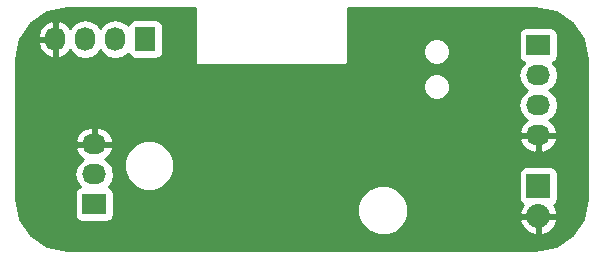
<source format=gbl>
G04 #@! TF.FileFunction,Copper,L2,Bot,Signal*
%FSLAX46Y46*%
G04 Gerber Fmt 4.6, Leading zero omitted, Abs format (unit mm)*
G04 Created by KiCad (PCBNEW 0.201510170916+6271~30~ubuntu14.04.1-product) date Tue 27 Oct 2015 04:13:56 PM CET*
%MOMM*%
G01*
G04 APERTURE LIST*
%ADD10C,0.100000*%
%ADD11R,2.032000X1.727200*%
%ADD12O,2.032000X1.727200*%
%ADD13R,1.727200X2.032000*%
%ADD14O,1.727200X2.032000*%
%ADD15R,2.032000X2.032000*%
%ADD16O,2.032000X2.032000*%
%ADD17C,0.600000*%
%ADD18C,0.254000*%
G04 APERTURE END LIST*
D10*
D11*
X182626000Y-71882000D03*
D12*
X182626000Y-74422000D03*
X182626000Y-76962000D03*
X182626000Y-79502000D03*
D13*
X149352000Y-71374000D03*
D14*
X146812000Y-71374000D03*
X144272000Y-71374000D03*
X141732000Y-71374000D03*
D11*
X145034000Y-85344000D03*
D12*
X145034000Y-82804000D03*
X145034000Y-80264000D03*
D15*
X182626000Y-83820000D03*
D16*
X182626000Y-86360000D03*
D17*
X166116000Y-87884000D03*
D18*
G36*
X153543000Y-73406000D02*
X153553006Y-73455410D01*
X153581447Y-73497035D01*
X153623841Y-73524315D01*
X153670000Y-73533000D01*
X166370000Y-73533000D01*
X166419410Y-73522994D01*
X166461035Y-73494553D01*
X166488315Y-73452159D01*
X166497000Y-73406000D01*
X166497000Y-72638775D01*
X172854803Y-72638775D01*
X173027233Y-73056086D01*
X173346235Y-73375645D01*
X173763244Y-73548803D01*
X174214775Y-73549197D01*
X174632086Y-73376767D01*
X174951645Y-73057765D01*
X175124803Y-72640756D01*
X175125197Y-72189225D01*
X174952767Y-71771914D01*
X174633765Y-71452355D01*
X174216756Y-71279197D01*
X173765225Y-71278803D01*
X173347914Y-71451233D01*
X173028355Y-71770235D01*
X172855197Y-72187244D01*
X172854803Y-72638775D01*
X166497000Y-72638775D01*
X166497000Y-68729000D01*
X182387610Y-68729000D01*
X184086634Y-69066957D01*
X185465629Y-69988371D01*
X186387043Y-71367366D01*
X186725000Y-73066390D01*
X186725000Y-84921610D01*
X186387043Y-86620634D01*
X185465629Y-87999629D01*
X184086634Y-88921043D01*
X182387610Y-89259000D01*
X142732390Y-89259000D01*
X141033366Y-88921043D01*
X139654371Y-87999629D01*
X138732957Y-86620634D01*
X138395000Y-84921610D01*
X138395000Y-82804000D01*
X143350655Y-82804000D01*
X143464729Y-83377489D01*
X143789585Y-83863670D01*
X143803913Y-83873243D01*
X143782683Y-83877238D01*
X143566559Y-84016310D01*
X143421569Y-84228510D01*
X143370560Y-84480400D01*
X143370560Y-86207600D01*
X143414838Y-86442917D01*
X143553910Y-86659041D01*
X143766110Y-86804031D01*
X144018000Y-86855040D01*
X146050000Y-86855040D01*
X146285317Y-86810762D01*
X146501441Y-86671690D01*
X146646431Y-86459490D01*
X146683828Y-86274815D01*
X167316630Y-86274815D01*
X167640980Y-87059800D01*
X168241041Y-87660909D01*
X169025459Y-87986628D01*
X169874815Y-87987370D01*
X170659800Y-87663020D01*
X171260909Y-87062959D01*
X171393790Y-86742944D01*
X181020025Y-86742944D01*
X181219615Y-87224818D01*
X181657621Y-87697188D01*
X182243054Y-87965983D01*
X182499000Y-87847367D01*
X182499000Y-86487000D01*
X182753000Y-86487000D01*
X182753000Y-87847367D01*
X183008946Y-87965983D01*
X183594379Y-87697188D01*
X184032385Y-87224818D01*
X184231975Y-86742944D01*
X184112836Y-86487000D01*
X182753000Y-86487000D01*
X182499000Y-86487000D01*
X181139164Y-86487000D01*
X181020025Y-86742944D01*
X171393790Y-86742944D01*
X171586628Y-86278541D01*
X171587370Y-85429185D01*
X171263020Y-84644200D01*
X170662959Y-84043091D01*
X169878541Y-83717372D01*
X169029185Y-83716630D01*
X168244200Y-84040980D01*
X167643091Y-84641041D01*
X167317372Y-85425459D01*
X167316630Y-86274815D01*
X146683828Y-86274815D01*
X146697440Y-86207600D01*
X146697440Y-84480400D01*
X146653162Y-84245083D01*
X146514090Y-84028959D01*
X146301890Y-83883969D01*
X146260561Y-83875600D01*
X146278415Y-83863670D01*
X146603271Y-83377489D01*
X146717345Y-82804000D01*
X146653856Y-82484815D01*
X147532630Y-82484815D01*
X147856980Y-83269800D01*
X148457041Y-83870909D01*
X149241459Y-84196628D01*
X150090815Y-84197370D01*
X150875800Y-83873020D01*
X151476909Y-83272959D01*
X151671637Y-82804000D01*
X180962560Y-82804000D01*
X180962560Y-84836000D01*
X181006838Y-85071317D01*
X181145910Y-85287441D01*
X181308948Y-85398840D01*
X181219615Y-85495182D01*
X181020025Y-85977056D01*
X181139164Y-86233000D01*
X182499000Y-86233000D01*
X182499000Y-86213000D01*
X182753000Y-86213000D01*
X182753000Y-86233000D01*
X184112836Y-86233000D01*
X184231975Y-85977056D01*
X184032385Y-85495182D01*
X183941903Y-85397602D01*
X184093441Y-85300090D01*
X184238431Y-85087890D01*
X184289440Y-84836000D01*
X184289440Y-82804000D01*
X184245162Y-82568683D01*
X184106090Y-82352559D01*
X183893890Y-82207569D01*
X183642000Y-82156560D01*
X181610000Y-82156560D01*
X181374683Y-82200838D01*
X181158559Y-82339910D01*
X181013569Y-82552110D01*
X180962560Y-82804000D01*
X151671637Y-82804000D01*
X151802628Y-82488541D01*
X151803370Y-81639185D01*
X151479020Y-80854200D01*
X150878959Y-80253091D01*
X150094541Y-79927372D01*
X149245185Y-79926630D01*
X148460200Y-80250980D01*
X147859091Y-80851041D01*
X147533372Y-81635459D01*
X147532630Y-82484815D01*
X146653856Y-82484815D01*
X146603271Y-82230511D01*
X146278415Y-81744330D01*
X145968931Y-81537539D01*
X146384732Y-81166036D01*
X146638709Y-80638791D01*
X146641358Y-80623026D01*
X146520217Y-80391000D01*
X145161000Y-80391000D01*
X145161000Y-80411000D01*
X144907000Y-80411000D01*
X144907000Y-80391000D01*
X143547783Y-80391000D01*
X143426642Y-80623026D01*
X143429291Y-80638791D01*
X143683268Y-81166036D01*
X144099069Y-81537539D01*
X143789585Y-81744330D01*
X143464729Y-82230511D01*
X143350655Y-82804000D01*
X138395000Y-82804000D01*
X138395000Y-79904974D01*
X143426642Y-79904974D01*
X143547783Y-80137000D01*
X144907000Y-80137000D01*
X144907000Y-78923076D01*
X145161000Y-78923076D01*
X145161000Y-80137000D01*
X146520217Y-80137000D01*
X146641358Y-79904974D01*
X146638709Y-79889209D01*
X146625134Y-79861026D01*
X181018642Y-79861026D01*
X181021291Y-79876791D01*
X181275268Y-80404036D01*
X181711680Y-80793954D01*
X182264087Y-80987184D01*
X182499000Y-80842924D01*
X182499000Y-79629000D01*
X182753000Y-79629000D01*
X182753000Y-80842924D01*
X182987913Y-80987184D01*
X183540320Y-80793954D01*
X183976732Y-80404036D01*
X184230709Y-79876791D01*
X184233358Y-79861026D01*
X184112217Y-79629000D01*
X182753000Y-79629000D01*
X182499000Y-79629000D01*
X181139783Y-79629000D01*
X181018642Y-79861026D01*
X146625134Y-79861026D01*
X146384732Y-79361964D01*
X145948320Y-78972046D01*
X145395913Y-78778816D01*
X145161000Y-78923076D01*
X144907000Y-78923076D01*
X144672087Y-78778816D01*
X144119680Y-78972046D01*
X143683268Y-79361964D01*
X143429291Y-79889209D01*
X143426642Y-79904974D01*
X138395000Y-79904974D01*
X138395000Y-75638775D01*
X172854803Y-75638775D01*
X173027233Y-76056086D01*
X173346235Y-76375645D01*
X173763244Y-76548803D01*
X174214775Y-76549197D01*
X174632086Y-76376767D01*
X174951645Y-76057765D01*
X175124803Y-75640756D01*
X175125197Y-75189225D01*
X174952767Y-74771914D01*
X174633765Y-74452355D01*
X174560663Y-74422000D01*
X180942655Y-74422000D01*
X181056729Y-74995489D01*
X181381585Y-75481670D01*
X181696366Y-75692000D01*
X181381585Y-75902330D01*
X181056729Y-76388511D01*
X180942655Y-76962000D01*
X181056729Y-77535489D01*
X181381585Y-78021670D01*
X181691069Y-78228461D01*
X181275268Y-78599964D01*
X181021291Y-79127209D01*
X181018642Y-79142974D01*
X181139783Y-79375000D01*
X182499000Y-79375000D01*
X182499000Y-79355000D01*
X182753000Y-79355000D01*
X182753000Y-79375000D01*
X184112217Y-79375000D01*
X184233358Y-79142974D01*
X184230709Y-79127209D01*
X183976732Y-78599964D01*
X183560931Y-78228461D01*
X183870415Y-78021670D01*
X184195271Y-77535489D01*
X184309345Y-76962000D01*
X184195271Y-76388511D01*
X183870415Y-75902330D01*
X183555634Y-75692000D01*
X183870415Y-75481670D01*
X184195271Y-74995489D01*
X184309345Y-74422000D01*
X184195271Y-73848511D01*
X183870415Y-73362330D01*
X183856087Y-73352757D01*
X183877317Y-73348762D01*
X184093441Y-73209690D01*
X184238431Y-72997490D01*
X184289440Y-72745600D01*
X184289440Y-71018400D01*
X184245162Y-70783083D01*
X184106090Y-70566959D01*
X183893890Y-70421969D01*
X183642000Y-70370960D01*
X181610000Y-70370960D01*
X181374683Y-70415238D01*
X181158559Y-70554310D01*
X181013569Y-70766510D01*
X180962560Y-71018400D01*
X180962560Y-72745600D01*
X181006838Y-72980917D01*
X181145910Y-73197041D01*
X181358110Y-73342031D01*
X181399439Y-73350400D01*
X181381585Y-73362330D01*
X181056729Y-73848511D01*
X180942655Y-74422000D01*
X174560663Y-74422000D01*
X174216756Y-74279197D01*
X173765225Y-74278803D01*
X173347914Y-74451233D01*
X173028355Y-74770235D01*
X172855197Y-75187244D01*
X172854803Y-75638775D01*
X138395000Y-75638775D01*
X138395000Y-73066390D01*
X138659648Y-71735913D01*
X140246816Y-71735913D01*
X140440046Y-72288320D01*
X140829964Y-72724732D01*
X141357209Y-72978709D01*
X141372974Y-72981358D01*
X141605000Y-72860217D01*
X141605000Y-71501000D01*
X140391076Y-71501000D01*
X140246816Y-71735913D01*
X138659648Y-71735913D01*
X138732957Y-71367366D01*
X138970346Y-71012087D01*
X140246816Y-71012087D01*
X140391076Y-71247000D01*
X141605000Y-71247000D01*
X141605000Y-69887783D01*
X141859000Y-69887783D01*
X141859000Y-71247000D01*
X141879000Y-71247000D01*
X141879000Y-71501000D01*
X141859000Y-71501000D01*
X141859000Y-72860217D01*
X142091026Y-72981358D01*
X142106791Y-72978709D01*
X142634036Y-72724732D01*
X143005539Y-72308931D01*
X143212330Y-72618415D01*
X143698511Y-72943271D01*
X144272000Y-73057345D01*
X144845489Y-72943271D01*
X145331670Y-72618415D01*
X145542000Y-72303634D01*
X145752330Y-72618415D01*
X146238511Y-72943271D01*
X146812000Y-73057345D01*
X147385489Y-72943271D01*
X147871670Y-72618415D01*
X147881243Y-72604087D01*
X147885238Y-72625317D01*
X148024310Y-72841441D01*
X148236510Y-72986431D01*
X148488400Y-73037440D01*
X150215600Y-73037440D01*
X150450917Y-72993162D01*
X150667041Y-72854090D01*
X150812031Y-72641890D01*
X150863040Y-72390000D01*
X150863040Y-70358000D01*
X150818762Y-70122683D01*
X150679690Y-69906559D01*
X150467490Y-69761569D01*
X150215600Y-69710560D01*
X148488400Y-69710560D01*
X148253083Y-69754838D01*
X148036959Y-69893910D01*
X147891969Y-70106110D01*
X147883600Y-70147439D01*
X147871670Y-70129585D01*
X147385489Y-69804729D01*
X146812000Y-69690655D01*
X146238511Y-69804729D01*
X145752330Y-70129585D01*
X145542000Y-70444366D01*
X145331670Y-70129585D01*
X144845489Y-69804729D01*
X144272000Y-69690655D01*
X143698511Y-69804729D01*
X143212330Y-70129585D01*
X143005539Y-70439069D01*
X142634036Y-70023268D01*
X142106791Y-69769291D01*
X142091026Y-69766642D01*
X141859000Y-69887783D01*
X141605000Y-69887783D01*
X141372974Y-69766642D01*
X141357209Y-69769291D01*
X140829964Y-70023268D01*
X140440046Y-70459680D01*
X140246816Y-71012087D01*
X138970346Y-71012087D01*
X139654371Y-69988371D01*
X141033366Y-69066957D01*
X142732390Y-68729000D01*
X153543000Y-68729000D01*
X153543000Y-73406000D01*
X153543000Y-73406000D01*
G37*
X153543000Y-73406000D02*
X153553006Y-73455410D01*
X153581447Y-73497035D01*
X153623841Y-73524315D01*
X153670000Y-73533000D01*
X166370000Y-73533000D01*
X166419410Y-73522994D01*
X166461035Y-73494553D01*
X166488315Y-73452159D01*
X166497000Y-73406000D01*
X166497000Y-72638775D01*
X172854803Y-72638775D01*
X173027233Y-73056086D01*
X173346235Y-73375645D01*
X173763244Y-73548803D01*
X174214775Y-73549197D01*
X174632086Y-73376767D01*
X174951645Y-73057765D01*
X175124803Y-72640756D01*
X175125197Y-72189225D01*
X174952767Y-71771914D01*
X174633765Y-71452355D01*
X174216756Y-71279197D01*
X173765225Y-71278803D01*
X173347914Y-71451233D01*
X173028355Y-71770235D01*
X172855197Y-72187244D01*
X172854803Y-72638775D01*
X166497000Y-72638775D01*
X166497000Y-68729000D01*
X182387610Y-68729000D01*
X184086634Y-69066957D01*
X185465629Y-69988371D01*
X186387043Y-71367366D01*
X186725000Y-73066390D01*
X186725000Y-84921610D01*
X186387043Y-86620634D01*
X185465629Y-87999629D01*
X184086634Y-88921043D01*
X182387610Y-89259000D01*
X142732390Y-89259000D01*
X141033366Y-88921043D01*
X139654371Y-87999629D01*
X138732957Y-86620634D01*
X138395000Y-84921610D01*
X138395000Y-82804000D01*
X143350655Y-82804000D01*
X143464729Y-83377489D01*
X143789585Y-83863670D01*
X143803913Y-83873243D01*
X143782683Y-83877238D01*
X143566559Y-84016310D01*
X143421569Y-84228510D01*
X143370560Y-84480400D01*
X143370560Y-86207600D01*
X143414838Y-86442917D01*
X143553910Y-86659041D01*
X143766110Y-86804031D01*
X144018000Y-86855040D01*
X146050000Y-86855040D01*
X146285317Y-86810762D01*
X146501441Y-86671690D01*
X146646431Y-86459490D01*
X146683828Y-86274815D01*
X167316630Y-86274815D01*
X167640980Y-87059800D01*
X168241041Y-87660909D01*
X169025459Y-87986628D01*
X169874815Y-87987370D01*
X170659800Y-87663020D01*
X171260909Y-87062959D01*
X171393790Y-86742944D01*
X181020025Y-86742944D01*
X181219615Y-87224818D01*
X181657621Y-87697188D01*
X182243054Y-87965983D01*
X182499000Y-87847367D01*
X182499000Y-86487000D01*
X182753000Y-86487000D01*
X182753000Y-87847367D01*
X183008946Y-87965983D01*
X183594379Y-87697188D01*
X184032385Y-87224818D01*
X184231975Y-86742944D01*
X184112836Y-86487000D01*
X182753000Y-86487000D01*
X182499000Y-86487000D01*
X181139164Y-86487000D01*
X181020025Y-86742944D01*
X171393790Y-86742944D01*
X171586628Y-86278541D01*
X171587370Y-85429185D01*
X171263020Y-84644200D01*
X170662959Y-84043091D01*
X169878541Y-83717372D01*
X169029185Y-83716630D01*
X168244200Y-84040980D01*
X167643091Y-84641041D01*
X167317372Y-85425459D01*
X167316630Y-86274815D01*
X146683828Y-86274815D01*
X146697440Y-86207600D01*
X146697440Y-84480400D01*
X146653162Y-84245083D01*
X146514090Y-84028959D01*
X146301890Y-83883969D01*
X146260561Y-83875600D01*
X146278415Y-83863670D01*
X146603271Y-83377489D01*
X146717345Y-82804000D01*
X146653856Y-82484815D01*
X147532630Y-82484815D01*
X147856980Y-83269800D01*
X148457041Y-83870909D01*
X149241459Y-84196628D01*
X150090815Y-84197370D01*
X150875800Y-83873020D01*
X151476909Y-83272959D01*
X151671637Y-82804000D01*
X180962560Y-82804000D01*
X180962560Y-84836000D01*
X181006838Y-85071317D01*
X181145910Y-85287441D01*
X181308948Y-85398840D01*
X181219615Y-85495182D01*
X181020025Y-85977056D01*
X181139164Y-86233000D01*
X182499000Y-86233000D01*
X182499000Y-86213000D01*
X182753000Y-86213000D01*
X182753000Y-86233000D01*
X184112836Y-86233000D01*
X184231975Y-85977056D01*
X184032385Y-85495182D01*
X183941903Y-85397602D01*
X184093441Y-85300090D01*
X184238431Y-85087890D01*
X184289440Y-84836000D01*
X184289440Y-82804000D01*
X184245162Y-82568683D01*
X184106090Y-82352559D01*
X183893890Y-82207569D01*
X183642000Y-82156560D01*
X181610000Y-82156560D01*
X181374683Y-82200838D01*
X181158559Y-82339910D01*
X181013569Y-82552110D01*
X180962560Y-82804000D01*
X151671637Y-82804000D01*
X151802628Y-82488541D01*
X151803370Y-81639185D01*
X151479020Y-80854200D01*
X150878959Y-80253091D01*
X150094541Y-79927372D01*
X149245185Y-79926630D01*
X148460200Y-80250980D01*
X147859091Y-80851041D01*
X147533372Y-81635459D01*
X147532630Y-82484815D01*
X146653856Y-82484815D01*
X146603271Y-82230511D01*
X146278415Y-81744330D01*
X145968931Y-81537539D01*
X146384732Y-81166036D01*
X146638709Y-80638791D01*
X146641358Y-80623026D01*
X146520217Y-80391000D01*
X145161000Y-80391000D01*
X145161000Y-80411000D01*
X144907000Y-80411000D01*
X144907000Y-80391000D01*
X143547783Y-80391000D01*
X143426642Y-80623026D01*
X143429291Y-80638791D01*
X143683268Y-81166036D01*
X144099069Y-81537539D01*
X143789585Y-81744330D01*
X143464729Y-82230511D01*
X143350655Y-82804000D01*
X138395000Y-82804000D01*
X138395000Y-79904974D01*
X143426642Y-79904974D01*
X143547783Y-80137000D01*
X144907000Y-80137000D01*
X144907000Y-78923076D01*
X145161000Y-78923076D01*
X145161000Y-80137000D01*
X146520217Y-80137000D01*
X146641358Y-79904974D01*
X146638709Y-79889209D01*
X146625134Y-79861026D01*
X181018642Y-79861026D01*
X181021291Y-79876791D01*
X181275268Y-80404036D01*
X181711680Y-80793954D01*
X182264087Y-80987184D01*
X182499000Y-80842924D01*
X182499000Y-79629000D01*
X182753000Y-79629000D01*
X182753000Y-80842924D01*
X182987913Y-80987184D01*
X183540320Y-80793954D01*
X183976732Y-80404036D01*
X184230709Y-79876791D01*
X184233358Y-79861026D01*
X184112217Y-79629000D01*
X182753000Y-79629000D01*
X182499000Y-79629000D01*
X181139783Y-79629000D01*
X181018642Y-79861026D01*
X146625134Y-79861026D01*
X146384732Y-79361964D01*
X145948320Y-78972046D01*
X145395913Y-78778816D01*
X145161000Y-78923076D01*
X144907000Y-78923076D01*
X144672087Y-78778816D01*
X144119680Y-78972046D01*
X143683268Y-79361964D01*
X143429291Y-79889209D01*
X143426642Y-79904974D01*
X138395000Y-79904974D01*
X138395000Y-75638775D01*
X172854803Y-75638775D01*
X173027233Y-76056086D01*
X173346235Y-76375645D01*
X173763244Y-76548803D01*
X174214775Y-76549197D01*
X174632086Y-76376767D01*
X174951645Y-76057765D01*
X175124803Y-75640756D01*
X175125197Y-75189225D01*
X174952767Y-74771914D01*
X174633765Y-74452355D01*
X174560663Y-74422000D01*
X180942655Y-74422000D01*
X181056729Y-74995489D01*
X181381585Y-75481670D01*
X181696366Y-75692000D01*
X181381585Y-75902330D01*
X181056729Y-76388511D01*
X180942655Y-76962000D01*
X181056729Y-77535489D01*
X181381585Y-78021670D01*
X181691069Y-78228461D01*
X181275268Y-78599964D01*
X181021291Y-79127209D01*
X181018642Y-79142974D01*
X181139783Y-79375000D01*
X182499000Y-79375000D01*
X182499000Y-79355000D01*
X182753000Y-79355000D01*
X182753000Y-79375000D01*
X184112217Y-79375000D01*
X184233358Y-79142974D01*
X184230709Y-79127209D01*
X183976732Y-78599964D01*
X183560931Y-78228461D01*
X183870415Y-78021670D01*
X184195271Y-77535489D01*
X184309345Y-76962000D01*
X184195271Y-76388511D01*
X183870415Y-75902330D01*
X183555634Y-75692000D01*
X183870415Y-75481670D01*
X184195271Y-74995489D01*
X184309345Y-74422000D01*
X184195271Y-73848511D01*
X183870415Y-73362330D01*
X183856087Y-73352757D01*
X183877317Y-73348762D01*
X184093441Y-73209690D01*
X184238431Y-72997490D01*
X184289440Y-72745600D01*
X184289440Y-71018400D01*
X184245162Y-70783083D01*
X184106090Y-70566959D01*
X183893890Y-70421969D01*
X183642000Y-70370960D01*
X181610000Y-70370960D01*
X181374683Y-70415238D01*
X181158559Y-70554310D01*
X181013569Y-70766510D01*
X180962560Y-71018400D01*
X180962560Y-72745600D01*
X181006838Y-72980917D01*
X181145910Y-73197041D01*
X181358110Y-73342031D01*
X181399439Y-73350400D01*
X181381585Y-73362330D01*
X181056729Y-73848511D01*
X180942655Y-74422000D01*
X174560663Y-74422000D01*
X174216756Y-74279197D01*
X173765225Y-74278803D01*
X173347914Y-74451233D01*
X173028355Y-74770235D01*
X172855197Y-75187244D01*
X172854803Y-75638775D01*
X138395000Y-75638775D01*
X138395000Y-73066390D01*
X138659648Y-71735913D01*
X140246816Y-71735913D01*
X140440046Y-72288320D01*
X140829964Y-72724732D01*
X141357209Y-72978709D01*
X141372974Y-72981358D01*
X141605000Y-72860217D01*
X141605000Y-71501000D01*
X140391076Y-71501000D01*
X140246816Y-71735913D01*
X138659648Y-71735913D01*
X138732957Y-71367366D01*
X138970346Y-71012087D01*
X140246816Y-71012087D01*
X140391076Y-71247000D01*
X141605000Y-71247000D01*
X141605000Y-69887783D01*
X141859000Y-69887783D01*
X141859000Y-71247000D01*
X141879000Y-71247000D01*
X141879000Y-71501000D01*
X141859000Y-71501000D01*
X141859000Y-72860217D01*
X142091026Y-72981358D01*
X142106791Y-72978709D01*
X142634036Y-72724732D01*
X143005539Y-72308931D01*
X143212330Y-72618415D01*
X143698511Y-72943271D01*
X144272000Y-73057345D01*
X144845489Y-72943271D01*
X145331670Y-72618415D01*
X145542000Y-72303634D01*
X145752330Y-72618415D01*
X146238511Y-72943271D01*
X146812000Y-73057345D01*
X147385489Y-72943271D01*
X147871670Y-72618415D01*
X147881243Y-72604087D01*
X147885238Y-72625317D01*
X148024310Y-72841441D01*
X148236510Y-72986431D01*
X148488400Y-73037440D01*
X150215600Y-73037440D01*
X150450917Y-72993162D01*
X150667041Y-72854090D01*
X150812031Y-72641890D01*
X150863040Y-72390000D01*
X150863040Y-70358000D01*
X150818762Y-70122683D01*
X150679690Y-69906559D01*
X150467490Y-69761569D01*
X150215600Y-69710560D01*
X148488400Y-69710560D01*
X148253083Y-69754838D01*
X148036959Y-69893910D01*
X147891969Y-70106110D01*
X147883600Y-70147439D01*
X147871670Y-70129585D01*
X147385489Y-69804729D01*
X146812000Y-69690655D01*
X146238511Y-69804729D01*
X145752330Y-70129585D01*
X145542000Y-70444366D01*
X145331670Y-70129585D01*
X144845489Y-69804729D01*
X144272000Y-69690655D01*
X143698511Y-69804729D01*
X143212330Y-70129585D01*
X143005539Y-70439069D01*
X142634036Y-70023268D01*
X142106791Y-69769291D01*
X142091026Y-69766642D01*
X141859000Y-69887783D01*
X141605000Y-69887783D01*
X141372974Y-69766642D01*
X141357209Y-69769291D01*
X140829964Y-70023268D01*
X140440046Y-70459680D01*
X140246816Y-71012087D01*
X138970346Y-71012087D01*
X139654371Y-69988371D01*
X141033366Y-69066957D01*
X142732390Y-68729000D01*
X153543000Y-68729000D01*
X153543000Y-73406000D01*
M02*

</source>
